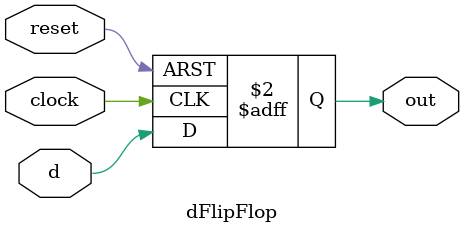
<source format=v>
module shiftRegister_16b(input [15:0] value1, input in, load, clk,re,output [15:0] Q);
    wire [15:0]d1;
    wire q0;
    /*wire clk;
    or (clk,clock,load);
    *///--------- MULTIPLEXORES PARA LA CARGA DE DATO ------
    mux m1(value1[15],in,load,d1[15]);
    mux m2(value1[14],Q[15],load,d1[14]);
    mux m3(value1[13],Q[14],load,d1[13]);
    mux m4(value1[12],Q[13],load,d1[12]);
    mux m5(value1[11],Q[12],load,d1[11]);
    mux m6(value1[10],Q[11],load,d1[10]);
    mux m7(value1[9],Q[10],load,d1[9]);
    mux m8(value1[8],Q[9],load,d1[8]);
    mux m9(value1[7],Q[8],load,d1[7]);
    mux m10(value1[6],Q[7],load,d1[6]);
    mux m11(value1[5],Q[6],load,d1[5]);
    mux m12(value1[4],Q[5],load,d1[4]);
    mux m13(value1[3],Q[4],load,d1[3]);
    mux m14(value1[2],Q[3],load,d1[2]);
    mux m15(value1[1],Q[2],load,d1[1]);
    mux m16(value1[0],Q[1],load,d1[0]);
    //--------- FLIP FLOPS D -----------------------------
    dFlipFlop ff1(d1[15],clk,re,Q[15]);
    dFlipFlop ff2(d1[14],clk,re,Q[14]);
    dFlipFlop ff3(d1[13],clk,re,Q[13]);
    dFlipFlop ff4(d1[12],clk,re,Q[12]);
    dFlipFlop ff5(d1[11],clk,re,Q[11]);
    dFlipFlop ff6(d1[10],clk,re,Q[10]);
    dFlipFlop ff7(d1[9],clk,re,Q[9]);
    dFlipFlop ff8(d1[8],clk,re,Q[8]);
    dFlipFlop ff9(d1[7],clk,re,Q[7]);
    dFlipFlop ff10(d1[6],clk,re,Q[6]);
    dFlipFlop ff11(d1[5],clk,re,Q[5]);
    dFlipFlop ff12(d1[4],clk,re,Q[4]);
    dFlipFlop ff13(d1[3],clk,re,Q[3]);
    dFlipFlop ff14(d1[2],clk,re,Q[2]);
    dFlipFlop ff15(d1[1],clk,re,Q[1]);
    dFlipFlop ff16(d1[0],clk,re,Q[0]);
endmodule
module shiftRegister_16b1(input [15:0] value, input in, load1, clk,res,output [15:0] Q1);
    wire [15:0]d;
    wire q0;
    ///--------- MULTIPLEXORES PARA LA CARGA DE DATO ------
    mux n1(value[15],in,load1,d[15]);
    mux n2(value[14],Q1[15],load1,d[14]);
    mux n3(value[13],Q1[14],load1,d[13]);
    mux n4(value[12],Q1[13],load1,d[12]);
    mux n5(value[11],Q1[12],load1,d[11]);
    mux n6(value[10],Q1[11],load1,d[10]);
    mux n7(value[9],Q1[10],load1,d[9]);
    mux n8(value[8],Q1[9],load1,d[8]);
    mux n9(value[7],Q1[8],load1,d[7]);
    mux n10(value[6],Q1[7],load1,d[6]);
    mux n11(value[5],Q1[6],load1,d[5]);
    mux n12(value[4],Q1[5],load1,d[4]);
    mux n13(value[3],Q1[4],load1,d[3]);
    mux n14(value[2],Q1[3],load1,d[2]);
    mux n15(value[1],Q1[2],load1,d[1]);
    mux n16(value[0],Q1[1],load1,d[0]);
    //--------- FLIP FLOPS D -----------------------------
    dFlipFlop fff1(d[15],clk,res,Q1[15]);
    dFlipFlop fff2(d[14],clk,res,Q1[14]);
    dFlipFlop fff3(d[13],clk,res,Q1[13]);
    dFlipFlop fff4(d[12],clk,res,Q1[12]);
    dFlipFlop fff5(d[11],clk,res,Q1[11]);
    dFlipFlop fff6(d[10],clk,res,Q1[10]);
    dFlipFlop fff7(d[9],clk,res,Q1[9]);
    dFlipFlop fff8(d[8],clk,res,Q1[8]);
    dFlipFlop fff9(d[7],clk,res,Q1[7]);
    dFlipFlop fff10(d[6],clk,res,Q1[6]);
    dFlipFlop fff11(d[5],clk,res,Q1[5]);
    dFlipFlop fff12(d[4],clk,res,Q1[4]);
    dFlipFlop fff13(d[3],clk,res,Q1[3]);
    dFlipFlop fff14(d[2],clk,res,Q1[2]);
    dFlipFlop fff15(d[1],clk,res,Q1[1]);
    dFlipFlop fff16(d[0],clk,res,Q1[0]);
endmodule
module mux(input d1,d0,s, output out);

       wire [3:0] w;
       not (w[0],s);

       and (w[1],d0,w[0]);
       and (w[2],d1,s);

       or (out,w[1],w[2]);
endmodule

module dFlipFlop(input d, clock,reset,output reg out);
         always@(negedge clock, posedge reset) begin
            if(reset) out <= 0;
            else out <= d;
         end
endmodule
/*
module dFlipFlop(input d, clock,reset,output out);

    wire[4:0] n;
    not (r,reset);
    not (clk,clock);
    //-------- LATCH SR 1 -----
    nand (n[0],n[3],n[1]);
    nand (n[1],clk,n[0],r);
    //------- LATCH SR 2 -------
    nand (n[2],n[1],clk,n[3]);
    nand (n[3],d,n[2],r);
    //------- LATCH SR 3 -------
    nand (out,n[1],n[4]);
    nand (n[4],n[2],out,r);

endmodule        */


</source>
